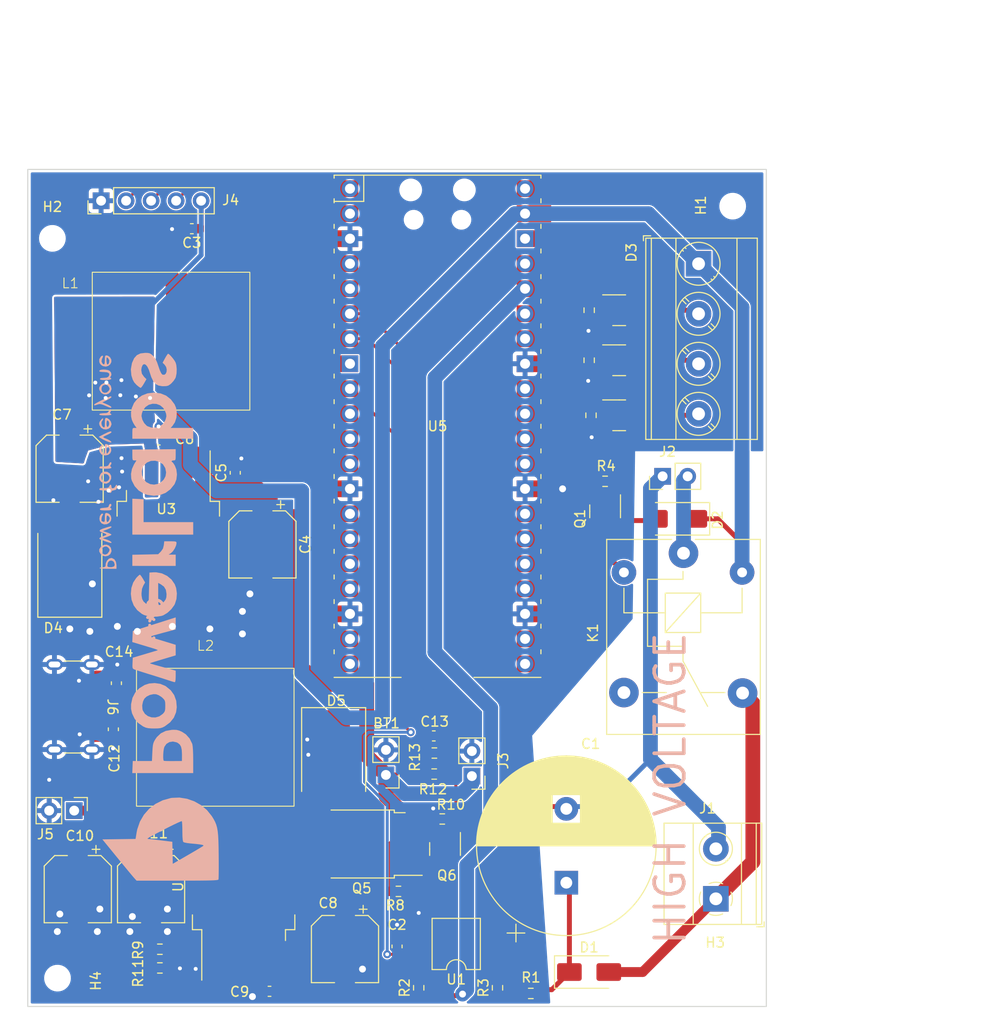
<source format=kicad_pcb>
(kicad_pcb (version 20221018) (generator pcbnew)
  (layers (0 "F.Cu" signal) (31 "B.Cu" power) (34 "B.Paste" user) (35 "F.Paste" user) (36 "B.SilkS" user "B.Silkscreen") (37 "F.SilkS" user "F.Silkscreen") (38 "B.Mask" user) (39 "F.Mask" user) (44 "Edge.Cuts" user))
  (net 0 "")
  (net 1 "/BATT_POS")
  (net 2 "GND")
  (net 3 "+5V")
  (net 4 "/NEUTRAL")
  (net 5 "/MAINS_SENSE")
  (net 6 "/GSM_TXD")
  (net 7 "/BATT_READ")
  (net 8 "/GSM_RXD")
  (net 9 "/LIVE")
  (net 10 "Net-(R1-Pad2)")
  (net 11 "+3.3V")
  (net 12 "/MAINS_RELAY")
  (net 13 "/LOAD_SWITCH")
  (net 14 "/LED_BLUE")
  (net 15 "/LED_GREEN")
  (net 16 "/LED_RED")
  (net 17 "/BATT_OUT+")
  (net 18 "/GSM_RESET")
  (net 19 "/sw_1")
  (net 20 "/FB_1")
  (net 21 "/main_det_ret")
  (net 22 "/LIVE_RELAY_CHARGER_OUT")
  (net 23 "/sw_OUT")
  (net 24 "/LED_RED_OUT")
  (net 25 "/LED_GREEN_OUT")
  (net 26 "/LED_BLUE_OUT")
  (net 27 "/out_1")
  (net 28 "Net-(D2-A)")
  (net 30 "Net-(Q5-G)")
  (net 31 "Net-(R3-Pad2)")
  (footprint "Diode_SMD:D_SMC" (layer "F.Cu") (at 80.772 99.06 90)
    (fp_text reference "D4")
    (fp_text value "B540C")
  )
  (footprint "TerminalBlock_Phoenix:TerminalBlock_Phoenix_MKDS-3-4-5.08_1x04_P5.08mm_Horizontal" (layer "F.Cu") (at 144.62 68.08 -90)
    (fp_text reference "D3")
    (fp_text value "LED_ARGB")
  )
  (footprint "MountingHole:MountingHole_2.2mm_M2" (layer "F.Cu") (at 148.082 62.23)
    (fp_text reference "H1")
    (fp_text value "MountingHole")
  )
  (footprint "Connector_PinHeader_2.54mm:PinHeader_1x02_P2.54mm_Vertical" (layer "F.Cu") (at 81.215 123.61 -90)
    (fp_text reference "J5")
    (fp_text value "Screw_Terminal_01x02")
  )
  (footprint "Package_TO_SOT_SMD:SOT-23" (layer "F.Cu") (at 135.128 93.218 -90)
    (fp_text reference "Q1")
    (fp_text value "Q_NMOS_GSD")
  )
  (footprint "Capacitor_SMD:CP_Elec_6.3x7.7" (layer "F.Cu") (at 81.58 131.585 -90)
    (fp_text reference "C10")
    (fp_text value "470uF")
  )
  (footprint "footprint_library:SMD,13.7x12.8mm" (layer "F.Cu") (at 101.04 116.16 180)
    (fp_text reference "L2")
    (fp_text value "47uH")
  )
  (footprint "Resistor_SMD:R_0603_1608Metric" (layer "F.Cu") (at 133.696 83.466 -90)
    (fp_text reference "R7" hide)
    (fp_text value "10K")
  )
  (footprint "TerminalBlock_Phoenix:TerminalBlock_Phoenix_MKDS-1,5-2-5.08_1x02_P5.08mm_Horizontal" (layer "F.Cu") (at 146.375 132.565 90)
    (fp_text reference "J1")
    (fp_text value "Screw_Terminal_01x02")
  )
  (footprint "Resistor_SMD:R_0603_1608Metric" (layer "F.Cu") (at 116.2 141.6 90)
    (fp_text reference "R2")
    (fp_text value "10K")
  )
  (footprint "footprint_library:SMD,13.7x12.8mm" (layer "F.Cu") (at 96.55 75.94 180)
    (fp_text reference "L1")
    (fp_text value "47uH")
  )
  (footprint "Capacitor_SMD:C_0603_1608Metric" (layer "F.Cu") (at 101.05 141.96 180)
    (fp_text reference "C9")
    (fp_text value "100nF")
  )
  (footprint "MountingHole:MountingHole_2.2mm_M2" (layer "F.Cu") (at 146.304 140.208)
    (fp_text reference "H3")
    (fp_text value "MountingHole")
  )
  (footprint "Package_TO_SOT_SMD:SOT-23" (layer "F.Cu") (at 136.558 72.798)
    (fp_text reference "Q2" hide)
    (fp_text value "Q_NMOS_GSD")
  )
  (footprint "Resistor_SMD:R_0603_1608Metric" (layer "F.Cu") (at 117.77 119.895)
    (fp_text reference "R12")
    (fp_text value "47k")
  )
  (footprint "Resistor_SMD:R_0603_1608Metric" (layer "F.Cu") (at 124.2 141.6 90)
    (fp_text reference "R3")
    (fp_text value "10K")
  )
  (footprint "Diode_SMD:D_SMA" (layer "F.Cu") (at 133.5 140)
    (fp_text reference "D1")
    (fp_text value "D")
  )
  (footprint "Resistor_SMD:R_0603_1608Metric" (layer "F.Cu") (at 135.128 90.17 180)
    (fp_text reference "R4")
    (fp_text value "10K")
  )
  (footprint "footprint_library:RPi_Pico_SMD_TH_REMOVED_SWD_PINS" (layer "F.Cu") (at 118.11 84.582)
    (fp_text reference "U5")
    (fp_text value "SC0915")
  )
  (footprint "Package_TO_SOT_SMD:SOT-23" (layer "F.Cu") (at 136.558 83.466)
    (fp_text reference "Q4" hide)
    (fp_text value "Q_NMOS_GSD")
  )
  (footprint "Package_TO_SOT_SMD:TO-263-5_TabPin3" (layer "F.Cu") (at 90.77 97.03 -90)
    (fp_text reference "U3")
    (fp_text value "LM2596S-5")
  )
  (footprint "Connector_PinHeader_2.54mm:PinHeader_1x02_P2.54mm_Vertical" (layer "F.Cu") (at 121.6 120.105 180)
    (fp_text reference "J3")
    (fp_text value "Conn_01x02_Pin")
  )
  (footprint "Resistor_SMD:R_0603_1608Metric" (layer "F.Cu") (at 89.916 139.585)
    (fp_text reference "R11")
    (fp_text value "3K3")
  )
  (footprint "MountingHole:MountingHole_2.2mm_M2" (layer "F.Cu") (at 79.52 140.62)
    (fp_text reference "H4")
    (fp_text value "MountingHole")
  )
  (footprint "Resistor_SMD:R_0603_1608Metric" (layer "F.Cu") (at 133.51 77.878 -90)
    (fp_text reference "R6" hide)
    (fp_text value "10K")
  )
  (footprint "Connector_USB:USB_C_Receptacle_GCT_USB4125-xx-x_6P_TopMnt_Horizontal" (layer "F.Cu") (at 80.01 113.09 -90)
    (fp_text reference "J6")
    (fp_text value "USB_C_Receptacle_PowerOnly_6P")
  )
  (footprint "Capacitor_SMD:CP_Elec_6.3x7.7" (layer "F.Cu") (at 80.75 88.89 -90)
    (fp_text reference "C7")
    (fp_text value "470uF")
  )
  (footprint "Package_TO_SOT_SMD:TO-252-2" (layer "F.Cu") (at 110.412 127 180)
    (fp_text reference "Q5")
    (fp_text value "Q_NMOS_GDS")
  )
  (footprint "Capacitor_SMD:C_0603_1608Metric" (layer "F.Cu") (at 97.57 89.305 90)
    (fp_text reference "C5")
    (fp_text value "100nF")
  )
  (footprint "Capacitor_SMD:C_0603_1608Metric" (layer "F.Cu") (at 114 137.4 90)
    (fp_text reference "C2")
    (fp_text value "100nF")
  )
  (footprint "Package_TO_SOT_SMD:SOT-23" (layer "F.Cu") (at 118.872 127.508 -90)
    (fp_text reference "Q6")
    (fp_text value "Q_NMOS_GSD")
  )
  (footprint "Diode_SMD:D_SMC" (layer "F.Cu") (at 107.56 118.0625 -90)
    (fp_text reference "D5")
    (fp_text value "B540C")
  )
  (footprint "Package_TO_SOT_SMD:SOT-23" (layer "F.Cu") (at 136.558 77.878)
    (fp_text reference "Q3" hide)
    (fp_text value "Q_NMOS_GSD")
  )
  (footprint "Connector_PinHeader_2.54mm:PinHeader_1x05_P2.54mm_Vertical" (layer "F.Cu") (at 83.945 61.68 90)
    (fp_text reference "J4")
    (fp_text value "Conn_01x05_Socket")
  )
  (footprint "Package_DIP:SMDIP-4_W7.62mm" (layer "F.Cu") (at 120.01 137.15 180)
    (fp_text reference "U1")
    (fp_text value "PC817")
  )
  (footprint "Capacitor_SMD:CP_Elec_6.3x7.7" (layer "F.Cu") (at 108.712 137.668 -90)
    (fp_text reference "C8")
    (fp_text value "470uF")
  )
  (footprint "Connector_PinHeader_2.54mm:PinHeader_1x02_P2.54mm_Vertical" (layer "F.Cu") (at 112.87 119.985 180)
    (fp_text reference "BT1")
    (fp_text value "Battery")
  )
  (footprint "Resistor_SMD:R_0603_1608Metric" (layer "F.Cu") (at 127.585 142.175 180)
    (fp_text reference "R1")
    (fp_text value "10K")
  )
  (footprint "Resistor_SMD:R_0603_1608Metric" (layer "F.Cu") (at 133.51 72.798 -90)
    (fp_text reference "R5" hide)
    (fp_text value "10K")
  )
  (footprint "Resistor_SMD:R_0603_1608Metric" (layer "F.Cu") (at 118.59 124.46 180)
    (fp_text reference "R10")
    (fp_text value "10K")
  )
  (footprint "Package_TO_SOT_SMD:TO-263-5_TabPin3" (layer "F.Cu") (at 98.42 130.875 90)
    (fp_text reference "U4")
    (fp_text value "XL4015")
  )
  (footprint "Capacitor_SMD:CP_Elec_6.3x7.7" (layer "F.Cu") (at 100.33 96.58 -90)
    (fp_text reference "C4")
    (fp_text value "470uF")
  )
  (footprint "MountingHole:MountingHole_2.2mm_M2" (layer "F.Cu") (at 79 65.5)
    (fp_text reference "H2")
    (fp_text value "MountingHole")
  )
  (footprint "Capacitor_SMD:C_0603_1608Metric" (layer "F.Cu") (at 117.73 116.025 180)
    (fp_text reference "C13")
    (fp_text value "100nF")
  )
  (footprint "Resistor_SMD:R_0603_1608Metric" (layer "F.Cu") (at 117.79 117.765 180)
    (fp_text reference "R13")
    (fp_text value "10K")
  )
  (footprint "Resistor_SMD:R_0603_1608Metric" (layer "F.Cu") (at 114.14 131.81)
    (fp_text reference "R8")
    (fp_text value "10K")
  )
  (footprint "Capacitor_SMD:C_0603_1608Metric" (layer "F.Cu") (at 93.16 64.52 180)
    (fp_text reference "C3")
    (fp_text value "100nF")
  )
  (footprint "Capacitor_SMD:C_0603_1608Metric" (layer "F.Cu") (at 89.8 85.97)
    (fp_text reference "C6")
    (fp_text value "100nF")
  )
  (footprint "Capacitor_SMD:C_0603_1608Metric" (layer "F.Cu") (at 85.5 110.67 90)
    (fp_text reference "C14")
    (fp_text value "100nF")
  )
  (footprint "Diode_SMD:D_SMA" (layer "F.Cu") (at 142.24 93.98 180)
    (fp_text reference "D2")
    (fp_text value "D")
  )
  (footprint "Capacitor_THT:CP_Radial_D18.0mm_P7.50mm" (layer "F.Cu") (at 131.19 130.93 90)
    (fp_text reference "C1")
    (fp_text value "120uF/450v")
  )
  (footprint "Resistor_SMD:R_0603_1608Metric" (layer "F.Cu") (at 89.916 137.685 180)
    (fp_text reference "R9")
    (fp_text value "10K")
  )
  (footprint "Capacitor_SMD:C_0603_1608Metric" (layer "F.Cu") (at 85.19 115.35 -90)
    (fp_text reference "C12")
    (fp_text value "100nF")
  )
  (footprint "Connector_PinHeader_2.54mm:PinHeader_1x02_P2.54mm_Vertical" (layer "F.Cu") (at 140.97 89.662 90)
    (fp_text reference "J2")
    (fp_text value "Conn_01x02_Pin")
  )
  (footprint "Capacitor_SMD:CP_Elec_6.3x7.7" (layer "F.Cu") (at 89.02 131.585 -90)
    (fp_text reference "C11")
    (fp_text value "470uF")
  )
  (footprint "Relay_THT:Relay_SPDT_SANYOU_SRD_Series_Form_C" (layer "F.Cu") (at 143.088 97.472 -90)
    (fp_text reference "K1")
    (fp_text value "SANYOU_SRD_Form_C")
  )
  (footprint "LOGO" (layer "B.Cu") (at 89.49 104.39 90)
    (fp_text reference "G***")
    (fp_text value "LOGO" hide)
  )
  (gr_rect (start 76.5 58.5) (end 151.5 143.5) (stroke (width 0.1)) (fill none) (layer "Edge.Cuts"))
  (gr_text "HIGH VOLTAGE" (at 143.5 137.46 90) (layer "B.SilkS") (effects (font (size 3 3) (thickness 0.375) bold) (justify left bottom)))
  (segment (start 100.46 93.75) (end 103.83 93.75) (width 1.5) (layer "F.Cu") (net 1))
  (segment (start 112.87 119.985) (end 112.87 121.19) (width 0.3) (layer "F.Cu") (net 1))
  (segment (start 112.87 122.138) (end 112.87 119.985) (width 1.5) (layer "F.Cu") (net 1))
  (segment (start 110.92 118.035) (end 112.87 119.985) (width 1.5) (layer "F.Cu") (net 1))
  (segment (start 106.02 110.79) (end 110.92 110.79) (width 1.5) (layer "F.Cu") (net 1))
  (segment (start 113.315 126.857) (end 115.452 124.72) (width 0.3) (layer "F.Cu") (net 1))
  (segment (start 110.92 110.79) (end 110.92 118.035) (width 1.5) (layer "F.Cu") (net 1))
  (segment (start 103.83 108.6) (end 106.02 110.79) (width 1.5) (layer "F.Cu") (net 1))
  (segment (start 100.33 93.88) (end 100.46 93.75) (width 1.5) (layer "F.Cu") (net 1))
  (segment (start 116.945 119.895) (end 112.96 119.895) (width 0.3) (layer "F.Cu") (net 1))
  (segment (start 103.83 93.75) (end 103.83 108.6) (width 1.5) (layer "F.Cu") (net 1))
  (segment (start 112.87 121.19) (end 112.87 122.138) (width 1.5) (layer "F.Cu") (net 1))
  (segment (start 112.87 122.138) (end 115.452 124.72) (width 1.5) (layer "F.Cu") (net 1))
  (segment (start 113.315 131.81) (end 113.315 126.857) (width 0.3) (layer "F.Cu") (net 1))
  (segment (start 112.96 119.895) (end 112.87 119.985) (width 0.3) (layer "F.Cu") (net 1))
  (segment (start 120.57 121.89) (end 114.775 121.89) (width 1.5) (layer "B.Cu") (net 1))
  (segment (start 121.6 120.105) (end 121.6 120.86) (width 1.5) (layer "B.Cu") (net 1))
  (segment (start 114.775 121.89) (end 112.87 119.985) (width 1.5) (layer "B.Cu") (net 1))
  (segment (start 121.6 120.86) (end 120.57 121.89) (width 1.5) (layer "B.Cu") (net 1))
  (segment (start 97.57 88.53) (end 97.57 88.47) (width 1) (layer "F.Cu") (net 2))
  (segment (start 116.955 117.755) (end 116.955 116.025) (width 0.3) (layer "F.Cu") (net 2))
  (segment (start 114 136.625) (end 114 135.2) (width 0.5) (layer "F.Cu") (net 2))
  (segment (start 131.572 90.17) (end 130.81 90.932) (width 0.5) (layer "F.Cu") (net 2))
  (segment (start 85.19 117.26) (end 85.16 117.29) (width 1) (layer "F.Cu") (net 2))
  (segment (start 91.585 139.585) (end 93.455 139.585) (width 1) (layer "F.Cu") (net 2))
  (segment (start 83.0425 115.84) (end 81.79 115.84) (width 1) (layer "F.Cu") (net 2))
  (segment (start 116.965 117.765) (end 116.955 117.755) (width 0.3) (layer "F.Cu") (net 2))
  (segment (start 90.575 85.97) (end 90.575 85.395) (width 0.5) (layer "F.Cu") (net 2))
  (segment (start 134.178 92.2805) (end 132.1585 92.2805) (width 0.5) (layer "F.Cu") (net 2))
  (segment (start 93.55 139.68) (end 93.645 139.585) (width 1) (layer "F.Cu") (net 2))
  (segment (start 91.56 139.61) (end 91.585 139.585) (width 1) (layer "F.Cu") (net 2))
  (segment (start 90.575 89.185) (end 90.77 89.38) (width 0.5) (layer "F.Cu") (net 2))
  (segment (start 116.645 117.445) (end 112.87 117.445) (width 0.3) (layer "F.Cu") (net 2))
  (segment (start 85.19 116.125) (end 85.19 117.26) (width 1) (layer "F.Cu") (net 2))
  (segment (start 100.12 138.525) (end 100.12 140.97) (width 1) (layer "F.Cu") (net 2))
  (segment (start 83.3275 116.125) (end 85.19 116.125) (width 1) (layer "F.Cu") (net 2))
  (segment (start 100.12 140.97) (end 100.12 141.688) (width 1) (layer "F.Cu") (net 2))
  (segment (start 133.51 73.623) (end 133.51 74.82) (width 0.5) (layer "F.Cu") (net 2))
  (segment (start 116.965 117.765) (end 116.645 117.445) (width 0.3) (layer "F.Cu") (net 2))
  (segment (start 78.675 120.48) (end 78.745 120.41) (width 0.5) (layer "F.Cu") (net 2))
  (segment (start 133.51 78.703) (end 133.51 79.87) (width 0.5) (layer "F.Cu") (net 2))
  (segment (start 93.96 139.585) (end 95.02 138.525) (width 1) (layer "F.Cu") (net 2))
  (segment (start 100.12 140.97) (end 100.12 141.805) (width 1) (layer "F.Cu") (net 2))
  (segment (start 116.2 134) (end 116.2 135.88) (width 0.5) (layer "F.Cu") (net 2))
  (segment (start 81.78 110.34) (end 81.7 110.42) (width 1) (layer "F.Cu") (net 2))
  (segment (start 97.57 88.47) (end 98.19 87.85) (width 1) (layer "F.Cu") (net 2))
  (segment (start 90.575 85.395) (end 89.78 84.6) (width 0.5) (layer "F.Cu") (net 2))
  (segment (start 86.49 102.46) (end 87.995 100.955) (width 1.5) (layer "F.Cu") (net 2))
  (segment (start 126.89 90.932) (end 130.81 90.932) (width 1) (layer "F.Cu") (net 2))
  (segment (start 135.6205 73.748) (end 133.635 73.748) (width 0.5) (layer "F.Cu") (net 2))
  (segment (start 133.821 84.416) (end 133.696 84.291) (width 0.5) (layer "F.Cu") (net 2))
  (segment (start 93.455 139.585) (end 93.55 139.68) (width 1) (layer "F.Cu") (net 2))
  (segment (start 133.51 74.82) (end 133.44 74.89) (width 0.5) (layer "F.Cu") (net 2))
  (segment (start 133.635 73.748) (end 133.51 73.623) (width 0.5) (layer "F.Cu") (net 2))
  (segment (start 92.385 64.52) (end 91.19 64.52) (width 1) (layer "F.Cu") (net 2))
  (segment (start 133.696 84.291) (end 133.696 85.636) (width 0.5) (layer "F.Cu") (net 2))
  (segment (start 90.741 139.585) (end 91.535 139.585) (width 1) (layer "F.Cu") (net 2))
  (segment (start 87.37 89.38) (end 87.37 88.22) (width 0.5) (layer "F.Cu") (net 2))
  (segment (start 117.922 126.5705) (end 117.922 124.617) (width 0.5) (layer "F.Cu") (net 2))
  (segment (start 104.99 117.94) (end 104.99 115.46) (width 1) (layer "F.Cu") (net 2))
  (segment (start 91.535 139.585) (end 91.56 139.61) (width 1) (layer "F.Cu") (net 2))
  (segment (start 135.6205 84.416) (end 133.821 84.416) (width 0.5) (layer "F.Cu") (net 2))
  (segment (start 134.303 90.17) (end 131.572 90.17) (width 0.5) (layer "F.Cu") (net 2))
  (segment (start 91.19 64.52) (end 91.15 64.56) (width 1) (layer "F.Cu") (net 2))
  (segment (start 81.79 115.84) (end 81.77 115.86) (width 1) (layer "F.Cu") (net 2))
  (segment (start 78.675 123.61) (end 78.675 120.48) (width 0.5) (layer "F.Cu") (net 2))
  (segment (start 109.822 140.368) (end 110.49 139.7) (width 1.5) (layer "F.Cu") (net 2))
  (segment (start 80.772 102.46) (end 86.49 102.46) (width 1.5) (layer "F.Cu") (net 2))
  (segment (start 104.82 117.77) (end 104.99 117.94) (width 1) (layer "F.Cu") (net 2))
  (segment (start 117.765 123.485) (end 117.67 123.39) (width 0.5) (layer "F.Cu") (net 2))
  (segment (start 133.51 79.87) (end 133.41 79.97) (width 0.5) (layer "F.Cu") (net 2))
  (segment (start 83.0425 115.84) (end 83.3275 116.125) (width 1) (layer "F.Cu") (net 2))
  (segment (start 83.4875 109.895) (end 85.5 109.895) (width 1) (layer "F.Cu") (net 2))
  (segment (start 133.696 85.636) (end 133.76 85.7) (width 0.5) (layer "F.Cu") (net 2))
  (segment (start 104.72 114.8325) (end 105.0725 114.48) (width 1) (layer "F.Cu") (net 2))
  (segment (start 83.0425 110.34) (end 83.4875 109.895) (width 1) (layer "F.Cu") (net 2))
  (segment (start 135.6205 78.828) (end 133.635 78.828) (width 0.5) (layer "F.Cu") (net 2))
  (segment (start 132.1585 92.2805) (end 130.81 90.932) (width 0.5) (layer "F.Cu") (net 2))
  (segment (start 85.5 108.87) (end 85.59 108.78) (width 1) (layer "F.Cu") (net 2))
  (segment (start 100.12 141.688) (end 99.314 142.494) (width 1) (layer "F.Cu") (net 2))
  (segment (start 104.82 117.24) (end 104.82 117.77) (width 1) (layer "F.Cu") (net 2))
  (segment (start 105.0725 114.48) (end 105.97 114.48) (width 1) (layer "F.Cu") (net 2))
  (segment (start 117.922 124.617) (end 117.765 124.46) (width 0.5) (layer "F.Cu") (net 2))
  (segment (start 117.765 124.46) (end 117.765 123.485) (width 0.5) (layer "F.Cu") (net 2))
  (segment (start 104.99 115.46) (end 105.97 114.48) (width 1) (layer "F.Cu") (net 2))
  (segment (start 134.303 92.1555) (end 134.178 92.2805) (width 0.5) (layer "F.Cu") (net 2))
  (segment (start 133.635 78.828) (end 133.51 78.703) (width 0.5) (layer "F.Cu") (net 2))
  (segment (start 90.575 85.97) (end 90.575 89.185) (width 0.5) (layer "F.Cu") (net 2))
  (segment (start 93.645 139.585) (end 93.96 139.585) (width 1) (layer "F.Cu") (net 2))
  (segment (start 108.712 140.368) (end 109.822 140.368) (width 1.5) (layer "F.Cu") (net 2))
  (segment (start 134.303 90.17) (end 134.303 92.1555) (width 0.5) (layer "F.Cu") (net 2))
  (segment (start 85.5 109.895) (end 85.5 108.87) (width 1) (layer "F.Cu") (net 2))
  (segment (start 83.0425 110.34) (end 81.78 110.34) (width 1) (layer "F.Cu") (net 2))
  (via (at 99.06 101.6) (size 1) (drill 0.7) (layers "F.Cu" "B.Cu") (net 2))
  (via (at 85.59 108.78) (size 0.8) (drill 0.4) (layers "F.Cu" "B.Cu") (net 2))
  (via (at 83.566 135.89) (size 1) (drill 0.7) (layers "F.Cu" "B.Cu") (net 2))
  (via (at 133.76 85.7) (size 0.8) (drill 0.4) (layers "F.Cu" "B.Cu") (net 2))
  (via (at 84.71 91.11) (size 0.8) (drill 0.4) (layers "F.Cu" "B.Cu") (net 2))
  (via (at 91.95 139.63) (size 0.8) (drill 0.4) (layers "F.Cu" "B.Cu") (net 2))
  (via (at 87.63 105.41) (size 1) (drill 0.7) (layers "F.Cu" "B.Cu") (net 2))
  (via (at 104.88 116.39) (size 0.8) (drill 0.4) (layers "F.Cu" "B.Cu") (net 2))
  (via (at 91.186 104.902) (size 1) (drill 0.7) (layers "F.Cu" "B.Cu") (net 2))
  (via (at 89.78 84.6) (size 0.8) (drill 0.4) (layers "F.Cu" "B.Cu") (net 2))
  (via (at 87.122 134.366) (size 1) (drill 0.7) (layers "F.Cu" "B.Cu") (net 2))
  (via (at 110.49 139.7) (size 1) (drill 0.7) (layers "F.Cu" "B.Cu") (net 2))
  (via (at 90.678 133.604) (size 1) (drill 0.7) (layers "F.Cu" "B.Cu") (net 2))
  (via (at 104.99 117.94) (size 0.8) (drill 0.4) (layers "F.Cu" "B.Cu") (net 2))
  (via (at 81.7 110.42) (size 0.8) (drill 0.4) (layers "F.Cu" "B.Cu") (net 2))
  (via (at 98.19 87.85) (size 0.8) (drill 0.4) (layers "F.Cu" "B.Cu") (net 2))
  (via (at 82.804 105.41) (size 1) (drill 0.7) (layers "F.Cu" "B.Cu") (net 2))
  (via (at 116.2 134) (size 0.8) (drill 0.4) (layers "F.Cu" "B.Cu") (net 2))
  (via (at 85.77 90.78) (size 0.8) (drill 0.4) (layers "F.Cu" "B.Cu") (net 2))
  (via (at 78.675 120.48) (size 0.8) (drill 0.4) (layers "F.Cu" "B.Cu") (net 2))
  (via (at 85.598 104.902) (size 1) (drill 0.7) (layers "F.Cu" "B.Cu") (net 2))
  (via (at 91.15 64.56) (size 0.8) (drill 0.4) (layers "F.Cu" "B.Cu") (net 2))
  (via (at 130.81 90.932) (size 1) (drill 0.7) (layers "F.Cu" "B.Cu") (net 2))
  (via (at 117.67 123.39) (size 0.8) (drill 0.4) (layers "F.Cu" "B.Cu") (net 2))
  (via (at 133.44 74.89) (size 0.8) (drill 0.4) (layers "F.Cu" "B.Cu") (net 2))
  (via (at 114 135.2) (size 0.8) (drill 0.4) (layers "F.Cu" "B.Cu") (net 2))
  (via (at 98.298 103.378) (size 1) (drill 0.7) (layers "F.Cu" "B.Cu") (net 2))
  (via (at 99.314 142.494) (size 1) (drill 0.7) (layers "F.Cu" "B.Cu") (net 2))
  (via (at 83.058 100.584) (size 1) (drill 0.7) (layers "F.Cu" "B.Cu") (net 2))
  (via (at 81.77 115.86) (size 0.8) (drill 0.4) (layers "F.Cu" "B.Cu") (net 2))
  (via (at 83.68 92.25) (size 0.8) (drill 0.4) (layers "F.Cu" "B.Cu") (net 2))
  (via (at 93.55 139.68) (size 0.8) (drill 0.4) (layers "F.Cu" "B.Cu") (net 2))
  (via (at 133.41 79.97) (size 0.8) (drill 0.4) (layers "F.Cu" "B.Cu") (net 2))
  (via (at 79.756 134.112) (size 1) (drill 0.7) (layers "F.Cu" "B.Cu") (net 2))
  (via (at 90.678 135.89) (size 1) (drill 0.7) (layers "F.Cu" "B.Cu") (net 2))
  (via (at 82.63 90.17) (size 0.8) (drill 0.4) (layers "F.Cu" "B.Cu") (net 2))
  (via (at 79.1 92.09) (size 0.8) (drill 0.4) (layers "F.Cu" "B.Cu") (net 2))
  (via (at 86.02 87.82) (size 0.8) (drill 0.4) (layers "F.Cu" "B.Cu") (net 2))
  (via (at 83.82 133.604) (size 1) (drill 0.7) (layers "F.Cu" "B.Cu") (net 2))
  (via (at 85.16 117.29) (size 0.8) (drill 0.4) (layers "F.Cu" "B.Cu") (net 2))
  (via (at 98.298 105.664) (size 1) (drill 0.7) (layers "F.Cu" "B.Cu") (net 2))
  (via (at 80.772 105.156) (size 1) (drill 0.7) (layers "F.Cu" "B.Cu") (net 2))
  (via (at 94.996 105.156) (size 1) (drill 0.7) (layers "F.Cu" "B.Cu") (net 2))
  (via (at 86.868 135.89) (size 1) (drill 0.7) (layers "F.Cu" "B.Cu") (net 2))
  (via (at 86.08 89.18) (size 0.8) (drill 0.4) (layers "F.Cu" "B.Cu") (net 2))
  (via (at 79.502 135.89) (size 1) (drill 0.7) (layers "F.Cu" "B.Cu") (net 2))
  (segment (start 93.935 64.52) (end 94.105 64.35) (width 0.5) (layer "F.Cu") (net 3))
  (segment (start 149.038 96.46) (end 149.038 99.422) (width 0.5) (layer "F.Cu") (net 3))
  (segment (start 144.24 93.98) (end 146.558 93.98) (width 0.5) (layer "F.Cu") (net 3))
  (segment (start 146.558 93.98) (end 149.038 96.46) (width 0.5) (layer "F.Cu") (net 3))
  (segment (start 94.105 64.35) (end 94.105 61.68) (width 0.5) (layer "F.Cu") (net 3))
  (via (at 88.92 81.71) (size 0.8) (drill 0.4) (layers "F.Cu" "B.Cu") (net 3))
  (via (at 83.36 80.15) (size 0.8) (drill 0.4) (layers "F.Cu" "B.Cu") (net 3))
  (via (at 82.73 81.44) (size 0.8) (drill 0.4) (layers "F.Cu" "B.Cu") (net 3))
  (via (at 84.41 81.71) (size 0.8) (drill 0.4) (layers "F.Cu" "B.Cu") (net 3))
  (via (at 86.01 79.9) (size 0.8) (drill 0.4) (layers "F.Cu" "B.Cu") (net 3))
  (via (at 84.49 80.14) (size 0.8) (drill 0.4) (layers "F.Cu" "B.Cu") (net 3))
  (via (at 85.9 81.43) (size 0.8) (drill 0.4) (layers "F.Cu" "B.Cu") (net 3))
  (via (at 87.48 81.56) (size 0.8) (drill 0.4) (layers "F.Cu" "B.Cu") (net 3))
  (segment (start 93.01 85.8) (end 93.01 88.48) (width 1.5) (layer "B.Cu") (net 3))
  (segment (start 104.33 109.65) (end 108.86 114.18) (width 1.5) (layer "B.Cu") (net 3))
  (segment (start 149.038 99.422) (end 149.038 72.498) (width 1.5) (layer "B.Cu") (net 3))
  (segment (start 95.67 91.14) (end 104.33 91.14) (width 1.5) (layer "B.Cu") (net 3))
  (segment (start 108.86 114.18) (end 112.522 114.18) (width 1.5) (layer "B.Cu") (net 3))
  (segment (start 139.532 62.992) (end 144.62 68.08) (width 1.5) (layer "B.Cu") (net 3))
  (segment (start 94.105 67.205) (end 84.68 76.63) (width 0.5) (layer "B.Cu") (net 3))
  (segment (start 88.39 81.18) (end 89.17 81.96) (width 1.5) (layer "B.Cu") (net 3))
  (segment (start 149.038 72.498) (end 144.62 68.08) (width 1.5) (layer "B.Cu") (net 3))
  (segment (start 88.92 81.71) (end 89.17 81.96) (width 1.5) (layer "B.Cu") (net 3))
  (segment (start 88.39 81.18) (end 87.86 81.18) (width 1.5) (layer "B.Cu") (net 3))
  (segment (start 104.33 91.14) (end 104.33 109.65) (width 1.5) (layer "B.Cu") (net 3))
  (segment (start 94.105 61.68) (end 94.105 67.205) (width 0.5) (layer "B.Cu") (net 3))
  (segment (start 93.01 88.48) (end 95.67 91.14) (width 1.5) (layer "B.Cu") (net 3))
  (segment (start 112.522 76.446) (end 125.976 62.992) (width 1.5) (layer "B.Cu") (net 3))
  (segment (start 112.522 114.18) (end 112.522 76.446) (width 1.5) (layer "B.Cu") (net 3))
  (segment (start 89.17 81.96) (end 93.01 85.8) (width 1.5) (layer "B.Cu") (net 3))
  (segment (start 125.976 62.992) (end 139.532 62.992) (width 1.5) (layer "B.Cu") (net 3))
  (segment (start 125.2 127.56) (end 129.56 123.2) (width 0.5) (layer "F.Cu") (net 4))
  (segment (start 124.84 135.51) (end 125.2 135.15) (width 0.5) (layer "F.Cu") (net 4))
  (segment (start 125.2 135.15) (end 125.2 127.56) (width 0.5) (layer "F.Cu") (net 4))
  (segment (start 129.56 123.2) (end 130.93 123.2) (width 0.5) (layer "F.Cu") (net 4))
  (segment (start 142.228 120.892) (end 146.64 125.304) (width 1.5) (layer "B.Cu") (net 4))
  (segment (start 134.924 123.2) (end 139.73 118.394) (width 0.5) (layer "B.Cu") (net 4))
  (segment (start 130.93 123.2) (end 134.924 123.2) (width 0.5) (layer "B.Cu") (net 4))
  (segment (start 146.64 125.304) (end 146.64 127.22) (width 1.5) (layer "B.Cu") (net 4))
  (segment (start 139.73 118.394) (end 139.73 90.902) (width 1.5) (layer "B.Cu") (net 4))
  (segment (start 139.73 90.902) (end 140.97 89.662) (width 1.5) (layer "B.Cu") (net 4))
  (segment (start 142.228 120.892) (end 139.73 118.394) (width 1.5) (layer "B.Cu") (net 4))
  (segment (start 115.955 138.175) (end 116.2 138.42) (width 0.3) (layer "F.Cu") (net 5))
  (segment (start 116.2 138.42) (end 116.2 140.775) (width 0.3) (layer "F.Cu") (net 5))
  (segment (start 114 138.175) (end 115.955 138.175) (width 0.3) (layer "F.Cu") (net 5))
  (segment (start 109.11 80.772) (end 113.79 85.452) (width 0.3) (layer "F.Cu") (net 5))
  (segment (start 113.975 138.2) (end 114 138.175) (width 0.3) (layer "F.Cu") (net 5))
  (segment (start 113.79 85.452) (end 113.79 114.05) (width 0.3) (layer "F.Cu") (net 5))
  (segment (start 113.79 114.05) (end 115.39 115.65) (width 0.3) (layer "F.Cu") (net 5))
  (segment (start 113 138.2) (end 113.975 138.2) (width 0.3) (layer "F.Cu") (net 5))
  (via (at 115.39 115.65) (size 0.8) (drill 0.4) (layers "F.Cu" "B.Cu") (net 5))
  (via (at 113 138.2) (size 0.8) (drill 0.4) (layers "F.Cu" "B.Cu") (net 5))
  (segment (start 111.11 115.65) (end 115.39 115.65) (width 0.3) (layer "B.Cu") (net 5))
  (segment (start 113 138.2) (end 113 122.99) (width 0.3) (layer "B.Cu") (net 5))
  (segment (start 110.7 120.69) (end 110.7 116.06) (width 0.3) (layer "B.Cu") (net 5))
  (segment (start 113 122.99) (end 110.7 120.69) (width 0.3) (layer "B.Cu") (net 5))
  (segment (start 110.7 116.06) (end 111.11 115.65) (width 0.3) (layer "B.Cu") (net 5))
  (segment (start 104.802 62.992) (end 109.11 62.992) (width 0.3) (layer "F.Cu") (net 6))
  (segment (start 100.86 59.05) (end 104.802 62.992) (width 0.3) (layer "F.Cu") (net 6))
  (segment (start 89.115 59.05) (end 100.86 59.05) (width 0.3) (layer "F.Cu") (net 6))
  (segment (start 86.485 61.68) (end 89.115 59.05) (width 0.3) (layer "F.Cu") (net 6))
  (segment (start 114.65 110.27) (end 114.65 79.36) (width 0.3) (layer "F.Cu") (net 7))
  (segment (start 118.505 114.125) (end 114.65 110.27) (width 0.3) (layer "F.Cu") (net 7))
  (segment (start 118.505 116.025) (end 118.505 119.805) (width 0.3) (layer "F.Cu") (net 7))
  (segment (start 114.65 79.36) (end 110.982 75.692) (width 0.3) (layer "F.Cu") (net 7))
  (segment (start 118.505 116.025) (end 118.505 114.125) (width 0.3) (layer "F.Cu") (net 7))
  (segment (start 118.505 119.805) (end 118.595 119.895) (width 0.3) (layer "F.Cu") (net 7))
  (segment (start 110.982 75.692) (end 109.11 75.692) (width 0.3) (layer "F.Cu") (net 7))
  (segment (start 99.84 59.6) (end 106 65.76) (width 0.3) (layer "F.Cu") (net 8))
  (segment (start 109.042 68.14) (end 109.11 68.072) (width 0.3) (layer "F.Cu") (net 8))
  (segment (start 91.105 59.6) (end 99.84 59.6) (width 0.3) (layer "F.Cu") (net 8))
  (segment (start 89.025 61.68) (end 91.105 59.6) (width 0.3) (layer "F.Cu") (net 8))
  (segment (start 106 68.14) (end 109.042 68.14) (width 0.3) (layer "F.Cu") (net 8))
  (segment (start 106 65.76) (end 106 68.14) (width 0.3) (layer "F.Cu") (net 8))
  (segment (start 138.94 140) (end 146.64 132.3) (width 1) (layer "F.Cu") (net 9))
  (segment (start 149.088 111.672) (end 150.13 112.714) (width 1.5) (layer "F.Cu") (net 9))
  (segment (start 150.13 112.714) (end 150.13 128.81) (width 1.5) (layer "F.Cu") (net 9))
  (segment (start 135.5 140) (end 138.94 140) (width 1) (layer "F.Cu") (net 9))
  (segment (start 150.13 128.81) (end 146.64 132.3) (width 1.5) (layer "F.Cu") (net 9))
  (segment (start 124.2 142.425) (end 126.51 142.425) (width 0.5) (layer "F.Cu") (net 10))
  (segment (start 126.51 142.425) (end 126.76 142.175) (width 0.5) (layer "F.Cu") (net 10))
  (segment (start 120.22 142.4) (end 116.225 142.4) (width 0.5) (layer "F.Cu") (net 11))
  (segment (start 120.515 142.105) (end 120.22 142.4) (width 0.5) (layer "F.Cu") (net 11))
  (segment (start 116.225 142.4) (end 116.2 142.425) (width 0.5) (layer "F.Cu") (net 11))
  (via (at 120.65 142.24) (size 1) (drill 0.7) (layers "F.Cu" "B.Cu") (net 11))
  (segment (start 117.85 107.5) (end 117.84 107.49) (width 1.5) (layer "B.Cu") (net 11))
  (segment (start 121.07 141.75) (end 121.07 141.82) (width 1.5) (layer "B.Cu") (net 11))
  (segment (start 121.07 141.75) (end 121.07 129.17) (width 1.5) (layer "B.Cu") (net 11))
  (segment (start 121.07 141.82) (end 120.65 142.24) (width 1.5) (layer "B.Cu") (net 11))
  (segment (start 123.51 126.73) (end 123.51 113.18) (width 1.5) (layer "B.Cu") (net 11))
  (segment (start 117.84 107.51) (end 117.85 107.5) (width 1.5) (layer "B.Cu") (net 11))
  (segment (start 117.84 79.662) (end 126.89 70.612) (width 1.5) (layer "B.Cu") (net 11))
  (segment (start 123.51 113.18) (end 117.84 107.51) (width 1.5) (layer "B.Cu") (net 11))
  (segment (start 117.84 107.49) (end 117.84 79.662) (width 1.5) (layer "B.Cu") (net 11))
  (segment (start 121.07 129.17) (end 123.51 126.73) (width 1.5) (layer "B.Cu") (net 11))
  (segment (start 134.175 88.392) (end 126.89 88.392) (width 0.3) (layer "F.Cu") (net 12))
  (segment (start 135.953 92.1555) (end 136.078 92.2805) (width 0.3) (layer "F.Cu") (net 12))
  (segment (start 135.953 90.17) (end 135.953 92.1555) (width 0.3) (layer "F.Cu") (net 12))
  (segment (start 134.175 88.392) (end 135.953 90.17) (width 0.3) (layer "F.Cu") (net 12))
  (segment (start 116 110.6) (end 119.97 114.57) (width 0.3) (layer "F.Cu") (net 13))
  (segment (start 119.97 123.905) (end 119.415 124.46) (width 0.3) (layer "F.Cu") (net 13))
  (segment (start 119.97 114.57) (end 119.97 123.905) (width 0.3) (layer "F.Cu") (net 13))
  (segment (start 119.822 124.867) (end 119.822 126.5705) (width 0.5) (layer "F.Cu") (net 13))
  (segment (start 109.11 73.152) (end 110.992 73.152) (width 0.3) (layer "F.Cu") (net 13))
  (segment (start 119.415 124.46) (end 119.822 124.867) (width 0.5) (layer "F.Cu") (net 13))
  (segment (start 110.992 73.152) (end 116 78.16) (width 0.3) (layer "F.Cu") (net 13))
  (segment (start 116 78.16) (end 116 110.6) (width 0.3) (layer "F.Cu") (net 13))
  (segment (start 133.025 83.312) (end 127 83.312) (width 0.3) (layer "F.Cu") (net 14))
  (segment (start 133.696 82.641) (end 133.025 83.312) (width 0.3) (layer "F.Cu") (net 14))
  (segment (start 133.696 82.641) (end 135.4955 82.641) (width 0.3) (layer "F.Cu") (net 14))
  (segment (start 135.4955 82.641) (end 135.6205 82.516) (width 0.3) (layer "F.Cu") (net 14))
  (segment (start 129.791 80.772) (end 127 80.772) (width 0.3) (layer "F.Cu") (net 15))
  (segment (start 133.51 77.053) (end 129.791 80.772) (width 0.3) (layer "F.Cu") (net 15))
  (segment (start 135.6205 76.928) (end 133.635 76.928) (width 0.3) (layer "F.Cu") (net 15))
  (segment (start 133.635 76.928) (end 133.51 77.053) (width 0.3) (layer "F.Cu") (net 15))
  (segment (start 135.6205 71.848) (end 133.635 71.848) (width 0.3) (layer "F.Cu") (net 16))
  (segment (start 129.791 75.692) (end 133.51 71.973) (width 0.3) (layer "F.Cu") (net 16))
  (segment (start 133.635 71.848) (end 133.51 71.973) (width 0.3) (layer "F.Cu") (net 16))
  (segment (start 129.76 75.692) (end 126.89 75.692) (width 0.3) (layer "F.Cu") (net 16))
  (segment (start 129.76 75.692) (end 129.791 75.692) (width 0.3) (layer "F.Cu") (net 16))
  (segment (start 91.565 61.68) (end 93.095 60.15) (width 0.3) (layer "F.Cu") (net 18))
  (segment (start 104.662 70.612) (end 109.11 70.612) (width 0.3) (layer "F.Cu") (net 18))
  (segment (start 93.095 60.15) (end 98.43 60.15) (width 0.3) (layer "F.Cu") (net 18))
  (segment (start 98.43 64.38) (end 104.662 70.612) (width 0.3) (layer "F.Cu") (net 18))
  (segment (start 98.43 60.15) (end 98.43 64.38) (width 0.3) (layer "F.Cu") (net 18))
  (segment (start 98.42 134.575) (end 101.195 131.8) (width 1) (layer "F.Cu") (net 19))
  (segment (start 98.42 138.525) (end 98.42 134.575) (width 1) (layer "F.Cu") (net 19))
  (segment (start 98.42 134.575) (end 95.645 131.8) (width 1) (layer "F.Cu") (net 19))
  (segment (start 89.091 137.685) (end 89.091 139.585) (width 0.3) (layer "F.Cu") (net 20))
  (segment (start 91.01 142.14) (end 95.51 142.14) (width 0.3) (layer "F.Cu") (net 20))
  (segment (start 96.72 140.93) (end 95.51 142.14) (width 0.3) (layer "F.Cu") (net 20))
  (segment (start 89.091 139.585) (end 89.091 140.221) (width 0.3) (layer "F.Cu") (net 20))
  (segment (start 96.31 138.935) (end 96.72 138.525) (width 0.3) (layer "F.Cu") (net 20))
  (segment (start 89.091 140.221) (end 91.01 142.14) (width 0.3) (layer "F.Cu") (net 20))
  (segment (start 96.72 138.525) (end 96.72 140.93) (width 0.3) (layer "F.Cu") (net 20))
  (segment (start 131.5 130.22778) (end 131.63 130.09778) (width 0.5) (layer "F.Cu") (net 21))
  (segment (start 131.5 140) (end 131.5 130.22778) (width 0.5) (layer "F.Cu") (net 21))
  (segment (start 128.46 141.79) (end 129.71 141.79) (width 0.5) (layer "F.Cu") (net 21))
  (segment (start 129.71 141.79) (end 131.5 140) (width 0.5) (layer "F.Cu") (net 21))
  (segment (start 131.63 139.87) (end 131.5 140) (width 0.5) (layer "F.Cu") (net 21))
  (segment (start 143.088 90.084) (end 143.51 89.662) (width 1.5) (layer "B.Cu") (net 22))
  (segment (start 143.088 97.472) (end 143.088 90.084) (width 1.5) (layer "B.Cu") (net 22))
  (segment (start 82.59 123.61) (end 90.04 116.16) (width 1) (layer "F.Cu") (net 23))
  (segment (start 91.95 131.5) (end 89.295 128.845) (width 0.3) (layer "F.Cu") (net 23))
  (segment (start 85.435 111.51) (end 85.5 111.445) (width 1) (layer "F.Cu") (net 23))
  (segment (start 85.165 114.55) (end 85.19 114.575) (width 1) (layer "F.Cu") (net 23))
  (segment (start 90.741 137.685) (end 91.325 137.685) (width 0.3) (layer "F.Cu") (net 23))
  (segment (start 83.06 111.51) (end 85.435 111.51) (width 1) (layer "F.Cu") (net 23))
  (segment (start 89.295 128.845) (end 89.02 128.845) (width 0.3) (layer "F.Cu") (net 23))
  (segment (start 83.0425 114.61) (end 85.155 114.61) (width 1) (layer "F.Cu") (net 23))
  (segment (start 91.325 137.685) (end 91.95 137.06) (width 0.3) (layer "F.Cu") (net 23))
  (segment (start 81.215 123.61) (end 82.59 123.61) (width 1) (layer "F.Cu") (net 23))
  (segment (start 91.95 137.06) (end 91.95 131.5) (width 0.3) (layer "F.Cu") (net 23))
  (segment (start 85.155 114.61) (end 85.19 114.575) (width 1) (layer "F.Cu") (net 23))
  (segment (start 144.258 72.798) (end 144.62 73.16) (width 0.5) (layer "F.Cu") (net 24))
  (segment (start 137.4955 72.798) (end 144.258 72.798) (width 0.5) (layer "F.Cu") (net 24))
  (segment (start 144.258 77.878) (end 144.62 78.24) (width 0.5) (layer "F.Cu") (net 25))
  (segment (start 137.4955 77.878) (end 144.258 77.878) (width 0.5) (layer "F.Cu") (net 25))
  (segment (start 137.4955 83.466) (end 144.474 83.466) (width 0.5) (layer "F.Cu") (net 26))
  (segment (start 144.474 83.466) (end 144.62 83.32) (width 0.5) (layer "F.Cu") (net 26))
  (segment (start 135.128 97.512) (end 137.038 99.422) (width 0.5) (layer "F.Cu") (net 28))
  (segment (start 135.128 94.1555) (end 140.0645 94.1555) (width 0.5) (layer "F.Cu") (net 28))
  (segment (start 135.128 94.1555) (end 135.128 97.512) (width 0.5) (layer "F.Cu") (net 28))
  (segment (start 140.0645 94.1555) (end 140.24 93.98) (width 0.5) (layer "F.Cu") (net 28))
  (segment (start 115.452 131.323) (end 115.452 129.28) (width 0.3) (layer "F.Cu") (net 30))
  (segment (start 114.965 131.81) (end 115.452 131.323) (width 0.3) (layer "F.Cu") (net 30))
  (segment (start 118.0375 129.28) (end 118.872 128.4455) (width 0.5) (layer "F.Cu") (net 30))
  (segment (start 115.452 129.28) (end 118.0375 129.28) (width 0.5) (layer "F.Cu") (net 30))
  (segment (start 124.2 138.5025) (end 123.99 138.2925) (width 0.5) (layer "F.Cu") (net 31))
  (segment (start 124.2 139.5425) (end 124.2 138.5025) (width 0.5) (layer "F.Cu") (net 31))
  (segment (start 124.2 140.4575) (end 124.2 139.5425) (width 0.5) (layer "F.Cu") (net 31))
  (zone (net 27) (net_name "/out_1") (layer "F.Cu") (priority 4) (connect_pads yes (clearance 0)) (min_thickness 0.25) (fill yes (thermal_gap 0.5) (thermal_bridge_width 0.5))
    (polygon (pts (xy 93.218 91.948) (xy 93.218 79.248) (xy 100.838 78.994) (xy 100.584 68.834) (xy 91.948 69.088) (xy 90.424 68.834) (xy 91.186 85.344) (xy 91.694 86.106) (xy 91.694 92.202)))
  )
  (zone (net 2) (net_name "GND") (layer "F.Cu") (priority 5) (connect_pads yes (clearance 0)) (min_thickness 0.25) (fill yes (thermal_gap 0.5) (thermal_bridge_width 0.5))
    (polygon (pts (xy 88.08 91.81) (xy 88.1 87) (xy 85.35 87.03) (xy 85.59 89.58) (xy 79.38 89.49) (xy 78.6 92.61) (xy 80.02 93.55) (xy 82.38 93.57) (xy 85.63 91.81)))
  )
  (zone (net 17) (net_name "/BATT_OUT+") (layer "F.Cu") (priority 10) (connect_pads thru_hole_only (clearance 0)) (min_thickness 0.25) (fill yes (thermal_gap 0.5) (thermal_bridge_width 0.5))
    (polygon (pts (xy 105.79 123.98) (xy 105.82 130.35) (xy 105.07 134.67) (xy 103.78 136.03) (xy 101.08 136.17) (xy 101.15 142.64) (xy 102.76 142.7) (xy 104.42 137.22) (xy 112.5 137.22) (xy 112.49 124)))
  )
  (zone (net 2) (net_name "GND") (layer "F.Cu") (priority 9) (connect_pads thru_hole_only (clearance 0)) (min_thickness 0.25) (fill yes (thermal_gap 0.5) (thermal_bridge_width 0.5))
    (polygon (pts (xy 78.67 132.37) (xy 91.27 132.32) (xy 91.15 136.69) (xy 78.58 136.72)))
  )
  (zone (net 23) (net_name "/sw_OUT") (layer "F.Cu") (priority 7) (connect_pads thru_hole_only (clearance 0)) (min_thickness 0.25) (fill yes (thermal_gap 0.5) (thermal_bridge_width 0.5))
    (polygon (pts (xy 78.2 131.55) (xy 91.46 131.19) (xy 91.46 110.91) (xy 85.53 111.25) (xy 85.27 122.89) (xy 80.22 126.85) (xy 78.27 131.55)))
  )
  (zone (net 1) (net_name "/BATT_POS") (layer "F.Cu") (priority 3) (connect_pads yes (clearance 0)) (min_thickness 0.25) (fill yes (thermal_gap 0.5) (thermal_bridge_width 0.5))
    (polygon (pts (xy 93.49 91.83) (xy 93.52 86.65) (xy 95.4 86.68) (xy 95.19 89.52) (xy 99.32 89.5) (xy 101.91 91.59) (xy 101.5 96.03) (xy 98.4 95.96) (xy 97.42 92.17) (xy 93.76 92.11)))
  )
  (zone (net 19) (net_name "/sw_1") (layer "F.Cu") (priority 8) (connect_pads thru_hole_only (clearance 0)) (min_thickness 0.25) (fill yes (thermal_gap 0.5) (thermal_bridge_width 0.5))
    (polygon (pts (xy 92.89 134.2) (xy 103.89 134.24) (xy 103.88 123.26) (xy 106.74 122.76) (xy 106.87 119.83) (xy 102.09 119.87) (xy 102.74 119.26) (xy 102.88 112.3) (xy 94.31 111.52) (xy 94.49 123.28) (xy 92.84 123.29)))
  )
  (zone (net 2) (net_name "GND") (layer "F.Cu") (priority 2) (connect_pads yes (clearance 0)) (min_thickness 0.25) (fill yes (thermal_gap 0.5) (thermal_bridge_width 0.5))
    (polygon (pts (xy 85.37 93.84) (xy 85.26 99.64) (xy 78.45 99.66) (xy 78.58 106.44) (xy 100.69 106.63) (xy 100.51 101.29) (xy 101.61 101.22) (xy 101.58 97.34) (xy 97.87 97.47) (xy 96.51 97.47) (xy 96.48 93.7)))
  )
  (zone (net 27) (net_name "/out_1") (layer "F.Cu") (priority 1) (connect_pads yes (clearance 0)) (min_thickness 0.25) (fill yes (thermal_gap 0.5) (thermal_bridge_width 0.5))
    (polygon (pts (xy 91.694 92.202) (xy 85.852 92.202) (xy 84.328 93.218) (xy 81.788 93.98) (xy 78.232 93.98) (xy 78.232 97.536) (xy 84.582 97.536) (xy 84.328 94.488) (xy 85.344 93.726) (xy 91.694 93.218) (xy 93.472 92.964) (xy 93.218 91.948)))
  )
  (zone (net 3) (net_name "+5V") (layers "F&B.Cu") (priority 6) (connect_pads yes (clearance 0.2)) (min_thickness 0.25) (fill yes (thermal_gap 0.5) (thermal_bridge_width 0.5))
    (polygon (pts (xy 89.75437 91.772701) (xy 88.39437 91.822701) (xy 88.39437 86.882701) (xy 88.29437 86.332701) (xy 84.87437 86.442701) (xy 82.62437 87.042701) (xy 82.31437 87.892701) (xy 82.17437 88.362701) (xy 79.31437 88.192701) (xy 79.17437 71.422701) (xy 89.40437 71.412701) (xy 89.22437 81.082701) (xy 89.55 86.23) (xy 89.76437 87.282701)))
  )
  (zone (net 0) (net_name "") (layers "F&B.Cu") (connect_pads yes (clearance 0)) (min_thickness 0.25)
    (keepout (tracks allowed) (vias allowed) (pads allowed) (copperpour not_allowed) (footprints allowed))
    (fill (thermal_gap 0.5) (thermal_bridge_width 0.5))
    (polygon (pts (xy 138.176 87.122) (xy 151.638 87.122) (xy 151.41 143.35) (xy 129.6 143.73) (xy 127.72 116) (xy 137.922 104.14)))
  )
  (zone (net 2) (net_name "GND") (layer "B.Cu") (connect_pads (clearance 0)) (min_thickness 0.25) (fill yes (thermal_gap 0.4) (thermal_bridge_width 0.5))
    (polygon (pts (xy 74.41 58.5) (xy 153.49 56.9) (xy 153.84 124.21) (xy 154.35 145.28) (xy 73.68 144.42)))
  )
)
</source>
